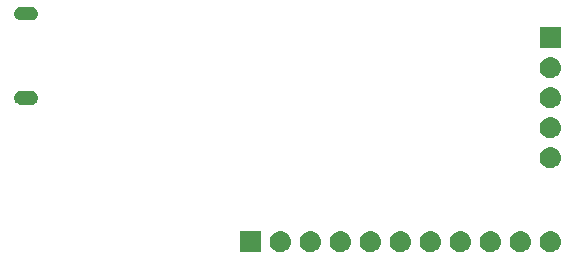
<source format=gbr>
G04 #@! TF.GenerationSoftware,KiCad,Pcbnew,(5.0.1)-4*
G04 #@! TF.CreationDate,2019-08-09T21:17:30+02:00*
G04 #@! TF.ProjectId,USB-SPI_prog,5553422D5350495F70726F672E6B6963,rev?*
G04 #@! TF.SameCoordinates,Original*
G04 #@! TF.FileFunction,Soldermask,Bot*
G04 #@! TF.FilePolarity,Negative*
%FSLAX46Y46*%
G04 Gerber Fmt 4.6, Leading zero omitted, Abs format (unit mm)*
G04 Created by KiCad (PCBNEW (5.0.1)-4) date 09.08.2019 21:17:30*
%MOMM*%
%LPD*%
G01*
G04 APERTURE LIST*
%ADD10C,0.100000*%
G04 APERTURE END LIST*
D10*
G36*
X165210443Y-107817519D02*
X165276627Y-107824037D01*
X165389853Y-107858384D01*
X165446467Y-107875557D01*
X165585087Y-107949652D01*
X165602991Y-107959222D01*
X165638729Y-107988552D01*
X165740186Y-108071814D01*
X165823448Y-108173271D01*
X165852778Y-108209009D01*
X165852779Y-108209011D01*
X165936443Y-108365533D01*
X165936443Y-108365534D01*
X165987963Y-108535373D01*
X166005359Y-108712000D01*
X165987963Y-108888627D01*
X165953616Y-109001853D01*
X165936443Y-109058467D01*
X165862348Y-109197087D01*
X165852778Y-109214991D01*
X165823448Y-109250729D01*
X165740186Y-109352186D01*
X165638729Y-109435448D01*
X165602991Y-109464778D01*
X165602989Y-109464779D01*
X165446467Y-109548443D01*
X165389853Y-109565616D01*
X165276627Y-109599963D01*
X165210442Y-109606482D01*
X165144260Y-109613000D01*
X165055740Y-109613000D01*
X164989558Y-109606482D01*
X164923373Y-109599963D01*
X164810147Y-109565616D01*
X164753533Y-109548443D01*
X164597011Y-109464779D01*
X164597009Y-109464778D01*
X164561271Y-109435448D01*
X164459814Y-109352186D01*
X164376552Y-109250729D01*
X164347222Y-109214991D01*
X164337652Y-109197087D01*
X164263557Y-109058467D01*
X164246384Y-109001853D01*
X164212037Y-108888627D01*
X164194641Y-108712000D01*
X164212037Y-108535373D01*
X164263557Y-108365534D01*
X164263557Y-108365533D01*
X164347221Y-108209011D01*
X164347222Y-108209009D01*
X164376552Y-108173271D01*
X164459814Y-108071814D01*
X164561271Y-107988552D01*
X164597009Y-107959222D01*
X164614913Y-107949652D01*
X164753533Y-107875557D01*
X164810147Y-107858384D01*
X164923373Y-107824037D01*
X164989557Y-107817519D01*
X165055740Y-107811000D01*
X165144260Y-107811000D01*
X165210443Y-107817519D01*
X165210443Y-107817519D01*
G37*
G36*
X140601000Y-109613000D02*
X138799000Y-109613000D01*
X138799000Y-107811000D01*
X140601000Y-107811000D01*
X140601000Y-109613000D01*
X140601000Y-109613000D01*
G37*
G36*
X142350443Y-107817519D02*
X142416627Y-107824037D01*
X142529853Y-107858384D01*
X142586467Y-107875557D01*
X142725087Y-107949652D01*
X142742991Y-107959222D01*
X142778729Y-107988552D01*
X142880186Y-108071814D01*
X142963448Y-108173271D01*
X142992778Y-108209009D01*
X142992779Y-108209011D01*
X143076443Y-108365533D01*
X143076443Y-108365534D01*
X143127963Y-108535373D01*
X143145359Y-108712000D01*
X143127963Y-108888627D01*
X143093616Y-109001853D01*
X143076443Y-109058467D01*
X143002348Y-109197087D01*
X142992778Y-109214991D01*
X142963448Y-109250729D01*
X142880186Y-109352186D01*
X142778729Y-109435448D01*
X142742991Y-109464778D01*
X142742989Y-109464779D01*
X142586467Y-109548443D01*
X142529853Y-109565616D01*
X142416627Y-109599963D01*
X142350442Y-109606482D01*
X142284260Y-109613000D01*
X142195740Y-109613000D01*
X142129558Y-109606482D01*
X142063373Y-109599963D01*
X141950147Y-109565616D01*
X141893533Y-109548443D01*
X141737011Y-109464779D01*
X141737009Y-109464778D01*
X141701271Y-109435448D01*
X141599814Y-109352186D01*
X141516552Y-109250729D01*
X141487222Y-109214991D01*
X141477652Y-109197087D01*
X141403557Y-109058467D01*
X141386384Y-109001853D01*
X141352037Y-108888627D01*
X141334641Y-108712000D01*
X141352037Y-108535373D01*
X141403557Y-108365534D01*
X141403557Y-108365533D01*
X141487221Y-108209011D01*
X141487222Y-108209009D01*
X141516552Y-108173271D01*
X141599814Y-108071814D01*
X141701271Y-107988552D01*
X141737009Y-107959222D01*
X141754913Y-107949652D01*
X141893533Y-107875557D01*
X141950147Y-107858384D01*
X142063373Y-107824037D01*
X142129557Y-107817519D01*
X142195740Y-107811000D01*
X142284260Y-107811000D01*
X142350443Y-107817519D01*
X142350443Y-107817519D01*
G37*
G36*
X144890443Y-107817519D02*
X144956627Y-107824037D01*
X145069853Y-107858384D01*
X145126467Y-107875557D01*
X145265087Y-107949652D01*
X145282991Y-107959222D01*
X145318729Y-107988552D01*
X145420186Y-108071814D01*
X145503448Y-108173271D01*
X145532778Y-108209009D01*
X145532779Y-108209011D01*
X145616443Y-108365533D01*
X145616443Y-108365534D01*
X145667963Y-108535373D01*
X145685359Y-108712000D01*
X145667963Y-108888627D01*
X145633616Y-109001853D01*
X145616443Y-109058467D01*
X145542348Y-109197087D01*
X145532778Y-109214991D01*
X145503448Y-109250729D01*
X145420186Y-109352186D01*
X145318729Y-109435448D01*
X145282991Y-109464778D01*
X145282989Y-109464779D01*
X145126467Y-109548443D01*
X145069853Y-109565616D01*
X144956627Y-109599963D01*
X144890442Y-109606482D01*
X144824260Y-109613000D01*
X144735740Y-109613000D01*
X144669558Y-109606482D01*
X144603373Y-109599963D01*
X144490147Y-109565616D01*
X144433533Y-109548443D01*
X144277011Y-109464779D01*
X144277009Y-109464778D01*
X144241271Y-109435448D01*
X144139814Y-109352186D01*
X144056552Y-109250729D01*
X144027222Y-109214991D01*
X144017652Y-109197087D01*
X143943557Y-109058467D01*
X143926384Y-109001853D01*
X143892037Y-108888627D01*
X143874641Y-108712000D01*
X143892037Y-108535373D01*
X143943557Y-108365534D01*
X143943557Y-108365533D01*
X144027221Y-108209011D01*
X144027222Y-108209009D01*
X144056552Y-108173271D01*
X144139814Y-108071814D01*
X144241271Y-107988552D01*
X144277009Y-107959222D01*
X144294913Y-107949652D01*
X144433533Y-107875557D01*
X144490147Y-107858384D01*
X144603373Y-107824037D01*
X144669557Y-107817519D01*
X144735740Y-107811000D01*
X144824260Y-107811000D01*
X144890443Y-107817519D01*
X144890443Y-107817519D01*
G37*
G36*
X147430443Y-107817519D02*
X147496627Y-107824037D01*
X147609853Y-107858384D01*
X147666467Y-107875557D01*
X147805087Y-107949652D01*
X147822991Y-107959222D01*
X147858729Y-107988552D01*
X147960186Y-108071814D01*
X148043448Y-108173271D01*
X148072778Y-108209009D01*
X148072779Y-108209011D01*
X148156443Y-108365533D01*
X148156443Y-108365534D01*
X148207963Y-108535373D01*
X148225359Y-108712000D01*
X148207963Y-108888627D01*
X148173616Y-109001853D01*
X148156443Y-109058467D01*
X148082348Y-109197087D01*
X148072778Y-109214991D01*
X148043448Y-109250729D01*
X147960186Y-109352186D01*
X147858729Y-109435448D01*
X147822991Y-109464778D01*
X147822989Y-109464779D01*
X147666467Y-109548443D01*
X147609853Y-109565616D01*
X147496627Y-109599963D01*
X147430442Y-109606482D01*
X147364260Y-109613000D01*
X147275740Y-109613000D01*
X147209558Y-109606482D01*
X147143373Y-109599963D01*
X147030147Y-109565616D01*
X146973533Y-109548443D01*
X146817011Y-109464779D01*
X146817009Y-109464778D01*
X146781271Y-109435448D01*
X146679814Y-109352186D01*
X146596552Y-109250729D01*
X146567222Y-109214991D01*
X146557652Y-109197087D01*
X146483557Y-109058467D01*
X146466384Y-109001853D01*
X146432037Y-108888627D01*
X146414641Y-108712000D01*
X146432037Y-108535373D01*
X146483557Y-108365534D01*
X146483557Y-108365533D01*
X146567221Y-108209011D01*
X146567222Y-108209009D01*
X146596552Y-108173271D01*
X146679814Y-108071814D01*
X146781271Y-107988552D01*
X146817009Y-107959222D01*
X146834913Y-107949652D01*
X146973533Y-107875557D01*
X147030147Y-107858384D01*
X147143373Y-107824037D01*
X147209557Y-107817519D01*
X147275740Y-107811000D01*
X147364260Y-107811000D01*
X147430443Y-107817519D01*
X147430443Y-107817519D01*
G37*
G36*
X149970443Y-107817519D02*
X150036627Y-107824037D01*
X150149853Y-107858384D01*
X150206467Y-107875557D01*
X150345087Y-107949652D01*
X150362991Y-107959222D01*
X150398729Y-107988552D01*
X150500186Y-108071814D01*
X150583448Y-108173271D01*
X150612778Y-108209009D01*
X150612779Y-108209011D01*
X150696443Y-108365533D01*
X150696443Y-108365534D01*
X150747963Y-108535373D01*
X150765359Y-108712000D01*
X150747963Y-108888627D01*
X150713616Y-109001853D01*
X150696443Y-109058467D01*
X150622348Y-109197087D01*
X150612778Y-109214991D01*
X150583448Y-109250729D01*
X150500186Y-109352186D01*
X150398729Y-109435448D01*
X150362991Y-109464778D01*
X150362989Y-109464779D01*
X150206467Y-109548443D01*
X150149853Y-109565616D01*
X150036627Y-109599963D01*
X149970442Y-109606482D01*
X149904260Y-109613000D01*
X149815740Y-109613000D01*
X149749558Y-109606482D01*
X149683373Y-109599963D01*
X149570147Y-109565616D01*
X149513533Y-109548443D01*
X149357011Y-109464779D01*
X149357009Y-109464778D01*
X149321271Y-109435448D01*
X149219814Y-109352186D01*
X149136552Y-109250729D01*
X149107222Y-109214991D01*
X149097652Y-109197087D01*
X149023557Y-109058467D01*
X149006384Y-109001853D01*
X148972037Y-108888627D01*
X148954641Y-108712000D01*
X148972037Y-108535373D01*
X149023557Y-108365534D01*
X149023557Y-108365533D01*
X149107221Y-108209011D01*
X149107222Y-108209009D01*
X149136552Y-108173271D01*
X149219814Y-108071814D01*
X149321271Y-107988552D01*
X149357009Y-107959222D01*
X149374913Y-107949652D01*
X149513533Y-107875557D01*
X149570147Y-107858384D01*
X149683373Y-107824037D01*
X149749557Y-107817519D01*
X149815740Y-107811000D01*
X149904260Y-107811000D01*
X149970443Y-107817519D01*
X149970443Y-107817519D01*
G37*
G36*
X152510443Y-107817519D02*
X152576627Y-107824037D01*
X152689853Y-107858384D01*
X152746467Y-107875557D01*
X152885087Y-107949652D01*
X152902991Y-107959222D01*
X152938729Y-107988552D01*
X153040186Y-108071814D01*
X153123448Y-108173271D01*
X153152778Y-108209009D01*
X153152779Y-108209011D01*
X153236443Y-108365533D01*
X153236443Y-108365534D01*
X153287963Y-108535373D01*
X153305359Y-108712000D01*
X153287963Y-108888627D01*
X153253616Y-109001853D01*
X153236443Y-109058467D01*
X153162348Y-109197087D01*
X153152778Y-109214991D01*
X153123448Y-109250729D01*
X153040186Y-109352186D01*
X152938729Y-109435448D01*
X152902991Y-109464778D01*
X152902989Y-109464779D01*
X152746467Y-109548443D01*
X152689853Y-109565616D01*
X152576627Y-109599963D01*
X152510442Y-109606482D01*
X152444260Y-109613000D01*
X152355740Y-109613000D01*
X152289558Y-109606482D01*
X152223373Y-109599963D01*
X152110147Y-109565616D01*
X152053533Y-109548443D01*
X151897011Y-109464779D01*
X151897009Y-109464778D01*
X151861271Y-109435448D01*
X151759814Y-109352186D01*
X151676552Y-109250729D01*
X151647222Y-109214991D01*
X151637652Y-109197087D01*
X151563557Y-109058467D01*
X151546384Y-109001853D01*
X151512037Y-108888627D01*
X151494641Y-108712000D01*
X151512037Y-108535373D01*
X151563557Y-108365534D01*
X151563557Y-108365533D01*
X151647221Y-108209011D01*
X151647222Y-108209009D01*
X151676552Y-108173271D01*
X151759814Y-108071814D01*
X151861271Y-107988552D01*
X151897009Y-107959222D01*
X151914913Y-107949652D01*
X152053533Y-107875557D01*
X152110147Y-107858384D01*
X152223373Y-107824037D01*
X152289557Y-107817519D01*
X152355740Y-107811000D01*
X152444260Y-107811000D01*
X152510443Y-107817519D01*
X152510443Y-107817519D01*
G37*
G36*
X155050443Y-107817519D02*
X155116627Y-107824037D01*
X155229853Y-107858384D01*
X155286467Y-107875557D01*
X155425087Y-107949652D01*
X155442991Y-107959222D01*
X155478729Y-107988552D01*
X155580186Y-108071814D01*
X155663448Y-108173271D01*
X155692778Y-108209009D01*
X155692779Y-108209011D01*
X155776443Y-108365533D01*
X155776443Y-108365534D01*
X155827963Y-108535373D01*
X155845359Y-108712000D01*
X155827963Y-108888627D01*
X155793616Y-109001853D01*
X155776443Y-109058467D01*
X155702348Y-109197087D01*
X155692778Y-109214991D01*
X155663448Y-109250729D01*
X155580186Y-109352186D01*
X155478729Y-109435448D01*
X155442991Y-109464778D01*
X155442989Y-109464779D01*
X155286467Y-109548443D01*
X155229853Y-109565616D01*
X155116627Y-109599963D01*
X155050442Y-109606482D01*
X154984260Y-109613000D01*
X154895740Y-109613000D01*
X154829558Y-109606482D01*
X154763373Y-109599963D01*
X154650147Y-109565616D01*
X154593533Y-109548443D01*
X154437011Y-109464779D01*
X154437009Y-109464778D01*
X154401271Y-109435448D01*
X154299814Y-109352186D01*
X154216552Y-109250729D01*
X154187222Y-109214991D01*
X154177652Y-109197087D01*
X154103557Y-109058467D01*
X154086384Y-109001853D01*
X154052037Y-108888627D01*
X154034641Y-108712000D01*
X154052037Y-108535373D01*
X154103557Y-108365534D01*
X154103557Y-108365533D01*
X154187221Y-108209011D01*
X154187222Y-108209009D01*
X154216552Y-108173271D01*
X154299814Y-108071814D01*
X154401271Y-107988552D01*
X154437009Y-107959222D01*
X154454913Y-107949652D01*
X154593533Y-107875557D01*
X154650147Y-107858384D01*
X154763373Y-107824037D01*
X154829557Y-107817519D01*
X154895740Y-107811000D01*
X154984260Y-107811000D01*
X155050443Y-107817519D01*
X155050443Y-107817519D01*
G37*
G36*
X157590443Y-107817519D02*
X157656627Y-107824037D01*
X157769853Y-107858384D01*
X157826467Y-107875557D01*
X157965087Y-107949652D01*
X157982991Y-107959222D01*
X158018729Y-107988552D01*
X158120186Y-108071814D01*
X158203448Y-108173271D01*
X158232778Y-108209009D01*
X158232779Y-108209011D01*
X158316443Y-108365533D01*
X158316443Y-108365534D01*
X158367963Y-108535373D01*
X158385359Y-108712000D01*
X158367963Y-108888627D01*
X158333616Y-109001853D01*
X158316443Y-109058467D01*
X158242348Y-109197087D01*
X158232778Y-109214991D01*
X158203448Y-109250729D01*
X158120186Y-109352186D01*
X158018729Y-109435448D01*
X157982991Y-109464778D01*
X157982989Y-109464779D01*
X157826467Y-109548443D01*
X157769853Y-109565616D01*
X157656627Y-109599963D01*
X157590442Y-109606482D01*
X157524260Y-109613000D01*
X157435740Y-109613000D01*
X157369558Y-109606482D01*
X157303373Y-109599963D01*
X157190147Y-109565616D01*
X157133533Y-109548443D01*
X156977011Y-109464779D01*
X156977009Y-109464778D01*
X156941271Y-109435448D01*
X156839814Y-109352186D01*
X156756552Y-109250729D01*
X156727222Y-109214991D01*
X156717652Y-109197087D01*
X156643557Y-109058467D01*
X156626384Y-109001853D01*
X156592037Y-108888627D01*
X156574641Y-108712000D01*
X156592037Y-108535373D01*
X156643557Y-108365534D01*
X156643557Y-108365533D01*
X156727221Y-108209011D01*
X156727222Y-108209009D01*
X156756552Y-108173271D01*
X156839814Y-108071814D01*
X156941271Y-107988552D01*
X156977009Y-107959222D01*
X156994913Y-107949652D01*
X157133533Y-107875557D01*
X157190147Y-107858384D01*
X157303373Y-107824037D01*
X157369557Y-107817519D01*
X157435740Y-107811000D01*
X157524260Y-107811000D01*
X157590443Y-107817519D01*
X157590443Y-107817519D01*
G37*
G36*
X160130443Y-107817519D02*
X160196627Y-107824037D01*
X160309853Y-107858384D01*
X160366467Y-107875557D01*
X160505087Y-107949652D01*
X160522991Y-107959222D01*
X160558729Y-107988552D01*
X160660186Y-108071814D01*
X160743448Y-108173271D01*
X160772778Y-108209009D01*
X160772779Y-108209011D01*
X160856443Y-108365533D01*
X160856443Y-108365534D01*
X160907963Y-108535373D01*
X160925359Y-108712000D01*
X160907963Y-108888627D01*
X160873616Y-109001853D01*
X160856443Y-109058467D01*
X160782348Y-109197087D01*
X160772778Y-109214991D01*
X160743448Y-109250729D01*
X160660186Y-109352186D01*
X160558729Y-109435448D01*
X160522991Y-109464778D01*
X160522989Y-109464779D01*
X160366467Y-109548443D01*
X160309853Y-109565616D01*
X160196627Y-109599963D01*
X160130442Y-109606482D01*
X160064260Y-109613000D01*
X159975740Y-109613000D01*
X159909558Y-109606482D01*
X159843373Y-109599963D01*
X159730147Y-109565616D01*
X159673533Y-109548443D01*
X159517011Y-109464779D01*
X159517009Y-109464778D01*
X159481271Y-109435448D01*
X159379814Y-109352186D01*
X159296552Y-109250729D01*
X159267222Y-109214991D01*
X159257652Y-109197087D01*
X159183557Y-109058467D01*
X159166384Y-109001853D01*
X159132037Y-108888627D01*
X159114641Y-108712000D01*
X159132037Y-108535373D01*
X159183557Y-108365534D01*
X159183557Y-108365533D01*
X159267221Y-108209011D01*
X159267222Y-108209009D01*
X159296552Y-108173271D01*
X159379814Y-108071814D01*
X159481271Y-107988552D01*
X159517009Y-107959222D01*
X159534913Y-107949652D01*
X159673533Y-107875557D01*
X159730147Y-107858384D01*
X159843373Y-107824037D01*
X159909557Y-107817519D01*
X159975740Y-107811000D01*
X160064260Y-107811000D01*
X160130443Y-107817519D01*
X160130443Y-107817519D01*
G37*
G36*
X162670443Y-107817519D02*
X162736627Y-107824037D01*
X162849853Y-107858384D01*
X162906467Y-107875557D01*
X163045087Y-107949652D01*
X163062991Y-107959222D01*
X163098729Y-107988552D01*
X163200186Y-108071814D01*
X163283448Y-108173271D01*
X163312778Y-108209009D01*
X163312779Y-108209011D01*
X163396443Y-108365533D01*
X163396443Y-108365534D01*
X163447963Y-108535373D01*
X163465359Y-108712000D01*
X163447963Y-108888627D01*
X163413616Y-109001853D01*
X163396443Y-109058467D01*
X163322348Y-109197087D01*
X163312778Y-109214991D01*
X163283448Y-109250729D01*
X163200186Y-109352186D01*
X163098729Y-109435448D01*
X163062991Y-109464778D01*
X163062989Y-109464779D01*
X162906467Y-109548443D01*
X162849853Y-109565616D01*
X162736627Y-109599963D01*
X162670442Y-109606482D01*
X162604260Y-109613000D01*
X162515740Y-109613000D01*
X162449558Y-109606482D01*
X162383373Y-109599963D01*
X162270147Y-109565616D01*
X162213533Y-109548443D01*
X162057011Y-109464779D01*
X162057009Y-109464778D01*
X162021271Y-109435448D01*
X161919814Y-109352186D01*
X161836552Y-109250729D01*
X161807222Y-109214991D01*
X161797652Y-109197087D01*
X161723557Y-109058467D01*
X161706384Y-109001853D01*
X161672037Y-108888627D01*
X161654641Y-108712000D01*
X161672037Y-108535373D01*
X161723557Y-108365534D01*
X161723557Y-108365533D01*
X161807221Y-108209011D01*
X161807222Y-108209009D01*
X161836552Y-108173271D01*
X161919814Y-108071814D01*
X162021271Y-107988552D01*
X162057009Y-107959222D01*
X162074913Y-107949652D01*
X162213533Y-107875557D01*
X162270147Y-107858384D01*
X162383373Y-107824037D01*
X162449557Y-107817519D01*
X162515740Y-107811000D01*
X162604260Y-107811000D01*
X162670443Y-107817519D01*
X162670443Y-107817519D01*
G37*
G36*
X165210443Y-100705519D02*
X165276627Y-100712037D01*
X165389853Y-100746384D01*
X165446467Y-100763557D01*
X165585087Y-100837652D01*
X165602991Y-100847222D01*
X165638729Y-100876552D01*
X165740186Y-100959814D01*
X165823448Y-101061271D01*
X165852778Y-101097009D01*
X165852779Y-101097011D01*
X165936443Y-101253533D01*
X165936443Y-101253534D01*
X165987963Y-101423373D01*
X166005359Y-101600000D01*
X165987963Y-101776627D01*
X165953616Y-101889853D01*
X165936443Y-101946467D01*
X165862348Y-102085087D01*
X165852778Y-102102991D01*
X165823448Y-102138729D01*
X165740186Y-102240186D01*
X165638729Y-102323448D01*
X165602991Y-102352778D01*
X165602989Y-102352779D01*
X165446467Y-102436443D01*
X165389853Y-102453616D01*
X165276627Y-102487963D01*
X165210442Y-102494482D01*
X165144260Y-102501000D01*
X165055740Y-102501000D01*
X164989558Y-102494482D01*
X164923373Y-102487963D01*
X164810147Y-102453616D01*
X164753533Y-102436443D01*
X164597011Y-102352779D01*
X164597009Y-102352778D01*
X164561271Y-102323448D01*
X164459814Y-102240186D01*
X164376552Y-102138729D01*
X164347222Y-102102991D01*
X164337652Y-102085087D01*
X164263557Y-101946467D01*
X164246384Y-101889853D01*
X164212037Y-101776627D01*
X164194641Y-101600000D01*
X164212037Y-101423373D01*
X164263557Y-101253534D01*
X164263557Y-101253533D01*
X164347221Y-101097011D01*
X164347222Y-101097009D01*
X164376552Y-101061271D01*
X164459814Y-100959814D01*
X164561271Y-100876552D01*
X164597009Y-100847222D01*
X164614913Y-100837652D01*
X164753533Y-100763557D01*
X164810147Y-100746384D01*
X164923373Y-100712037D01*
X164989557Y-100705519D01*
X165055740Y-100699000D01*
X165144260Y-100699000D01*
X165210443Y-100705519D01*
X165210443Y-100705519D01*
G37*
G36*
X165210443Y-98165519D02*
X165276627Y-98172037D01*
X165389853Y-98206384D01*
X165446467Y-98223557D01*
X165585087Y-98297652D01*
X165602991Y-98307222D01*
X165638729Y-98336552D01*
X165740186Y-98419814D01*
X165823448Y-98521271D01*
X165852778Y-98557009D01*
X165852779Y-98557011D01*
X165936443Y-98713533D01*
X165936443Y-98713534D01*
X165987963Y-98883373D01*
X166005359Y-99060000D01*
X165987963Y-99236627D01*
X165953616Y-99349853D01*
X165936443Y-99406467D01*
X165862348Y-99545087D01*
X165852778Y-99562991D01*
X165823448Y-99598729D01*
X165740186Y-99700186D01*
X165638729Y-99783448D01*
X165602991Y-99812778D01*
X165602989Y-99812779D01*
X165446467Y-99896443D01*
X165389853Y-99913616D01*
X165276627Y-99947963D01*
X165210443Y-99954481D01*
X165144260Y-99961000D01*
X165055740Y-99961000D01*
X164989557Y-99954481D01*
X164923373Y-99947963D01*
X164810147Y-99913616D01*
X164753533Y-99896443D01*
X164597011Y-99812779D01*
X164597009Y-99812778D01*
X164561271Y-99783448D01*
X164459814Y-99700186D01*
X164376552Y-99598729D01*
X164347222Y-99562991D01*
X164337652Y-99545087D01*
X164263557Y-99406467D01*
X164246384Y-99349853D01*
X164212037Y-99236627D01*
X164194641Y-99060000D01*
X164212037Y-98883373D01*
X164263557Y-98713534D01*
X164263557Y-98713533D01*
X164347221Y-98557011D01*
X164347222Y-98557009D01*
X164376552Y-98521271D01*
X164459814Y-98419814D01*
X164561271Y-98336552D01*
X164597009Y-98307222D01*
X164614913Y-98297652D01*
X164753533Y-98223557D01*
X164810147Y-98206384D01*
X164923373Y-98172037D01*
X164989557Y-98165519D01*
X165055740Y-98159000D01*
X165144260Y-98159000D01*
X165210443Y-98165519D01*
X165210443Y-98165519D01*
G37*
G36*
X165210442Y-95625518D02*
X165276627Y-95632037D01*
X165389853Y-95666384D01*
X165446467Y-95683557D01*
X165585087Y-95757652D01*
X165602991Y-95767222D01*
X165638729Y-95796552D01*
X165740186Y-95879814D01*
X165808454Y-95963000D01*
X165852778Y-96017009D01*
X165852779Y-96017011D01*
X165936443Y-96173533D01*
X165936443Y-96173534D01*
X165987963Y-96343373D01*
X166005359Y-96520000D01*
X165987963Y-96696627D01*
X165968590Y-96760492D01*
X165936443Y-96866467D01*
X165892721Y-96948264D01*
X165852778Y-97022991D01*
X165823448Y-97058729D01*
X165740186Y-97160186D01*
X165638729Y-97243448D01*
X165602991Y-97272778D01*
X165602989Y-97272779D01*
X165446467Y-97356443D01*
X165389853Y-97373616D01*
X165276627Y-97407963D01*
X165210442Y-97414482D01*
X165144260Y-97421000D01*
X165055740Y-97421000D01*
X164989558Y-97414482D01*
X164923373Y-97407963D01*
X164810147Y-97373616D01*
X164753533Y-97356443D01*
X164597011Y-97272779D01*
X164597009Y-97272778D01*
X164561271Y-97243448D01*
X164459814Y-97160186D01*
X164376552Y-97058729D01*
X164347222Y-97022991D01*
X164307279Y-96948264D01*
X164263557Y-96866467D01*
X164231410Y-96760492D01*
X164212037Y-96696627D01*
X164194641Y-96520000D01*
X164212037Y-96343373D01*
X164263557Y-96173534D01*
X164263557Y-96173533D01*
X164347221Y-96017011D01*
X164347222Y-96017009D01*
X164391546Y-95963000D01*
X164459814Y-95879814D01*
X164561271Y-95796552D01*
X164597009Y-95767222D01*
X164614913Y-95757652D01*
X164753533Y-95683557D01*
X164810147Y-95666384D01*
X164923373Y-95632037D01*
X164989558Y-95625518D01*
X165055740Y-95619000D01*
X165144260Y-95619000D01*
X165210442Y-95625518D01*
X165210442Y-95625518D01*
G37*
G36*
X121257916Y-95971334D02*
X121366492Y-96004271D01*
X121466557Y-96057756D01*
X121554264Y-96129736D01*
X121626244Y-96217443D01*
X121679729Y-96317508D01*
X121712666Y-96426084D01*
X121723787Y-96539000D01*
X121712666Y-96651916D01*
X121679729Y-96760492D01*
X121626244Y-96860557D01*
X121554264Y-96948264D01*
X121466557Y-97020244D01*
X121366492Y-97073729D01*
X121257916Y-97106666D01*
X121173298Y-97115000D01*
X120266702Y-97115000D01*
X120182084Y-97106666D01*
X120073508Y-97073729D01*
X119973443Y-97020244D01*
X119885736Y-96948264D01*
X119813756Y-96860557D01*
X119760271Y-96760492D01*
X119727334Y-96651916D01*
X119716213Y-96539000D01*
X119727334Y-96426084D01*
X119760271Y-96317508D01*
X119813756Y-96217443D01*
X119885736Y-96129736D01*
X119973443Y-96057756D01*
X120073508Y-96004271D01*
X120182084Y-95971334D01*
X120266702Y-95963000D01*
X121173298Y-95963000D01*
X121257916Y-95971334D01*
X121257916Y-95971334D01*
G37*
G36*
X165210443Y-93085519D02*
X165276627Y-93092037D01*
X165389853Y-93126384D01*
X165446467Y-93143557D01*
X165585087Y-93217652D01*
X165602991Y-93227222D01*
X165638729Y-93256552D01*
X165740186Y-93339814D01*
X165823448Y-93441271D01*
X165852778Y-93477009D01*
X165852779Y-93477011D01*
X165936443Y-93633533D01*
X165936443Y-93633534D01*
X165987963Y-93803373D01*
X166005359Y-93980000D01*
X165987963Y-94156627D01*
X165953616Y-94269853D01*
X165936443Y-94326467D01*
X165862348Y-94465087D01*
X165852778Y-94482991D01*
X165823448Y-94518729D01*
X165740186Y-94620186D01*
X165638729Y-94703448D01*
X165602991Y-94732778D01*
X165602989Y-94732779D01*
X165446467Y-94816443D01*
X165389853Y-94833616D01*
X165276627Y-94867963D01*
X165210443Y-94874481D01*
X165144260Y-94881000D01*
X165055740Y-94881000D01*
X164989557Y-94874481D01*
X164923373Y-94867963D01*
X164810147Y-94833616D01*
X164753533Y-94816443D01*
X164597011Y-94732779D01*
X164597009Y-94732778D01*
X164561271Y-94703448D01*
X164459814Y-94620186D01*
X164376552Y-94518729D01*
X164347222Y-94482991D01*
X164337652Y-94465087D01*
X164263557Y-94326467D01*
X164246384Y-94269853D01*
X164212037Y-94156627D01*
X164194641Y-93980000D01*
X164212037Y-93803373D01*
X164263557Y-93633534D01*
X164263557Y-93633533D01*
X164347221Y-93477011D01*
X164347222Y-93477009D01*
X164376552Y-93441271D01*
X164459814Y-93339814D01*
X164561271Y-93256552D01*
X164597009Y-93227222D01*
X164614913Y-93217652D01*
X164753533Y-93143557D01*
X164810147Y-93126384D01*
X164923373Y-93092037D01*
X164989557Y-93085519D01*
X165055740Y-93079000D01*
X165144260Y-93079000D01*
X165210443Y-93085519D01*
X165210443Y-93085519D01*
G37*
G36*
X166001000Y-92341000D02*
X164199000Y-92341000D01*
X164199000Y-90539000D01*
X166001000Y-90539000D01*
X166001000Y-92341000D01*
X166001000Y-92341000D01*
G37*
G36*
X121257916Y-88821334D02*
X121366492Y-88854271D01*
X121466557Y-88907756D01*
X121554264Y-88979736D01*
X121626244Y-89067443D01*
X121679729Y-89167508D01*
X121712666Y-89276084D01*
X121723787Y-89389000D01*
X121712666Y-89501916D01*
X121679729Y-89610492D01*
X121626244Y-89710557D01*
X121554264Y-89798264D01*
X121466557Y-89870244D01*
X121366492Y-89923729D01*
X121257916Y-89956666D01*
X121173298Y-89965000D01*
X120266702Y-89965000D01*
X120182084Y-89956666D01*
X120073508Y-89923729D01*
X119973443Y-89870244D01*
X119885736Y-89798264D01*
X119813756Y-89710557D01*
X119760271Y-89610492D01*
X119727334Y-89501916D01*
X119716213Y-89389000D01*
X119727334Y-89276084D01*
X119760271Y-89167508D01*
X119813756Y-89067443D01*
X119885736Y-88979736D01*
X119973443Y-88907756D01*
X120073508Y-88854271D01*
X120182084Y-88821334D01*
X120266702Y-88813000D01*
X121173298Y-88813000D01*
X121257916Y-88821334D01*
X121257916Y-88821334D01*
G37*
M02*

</source>
